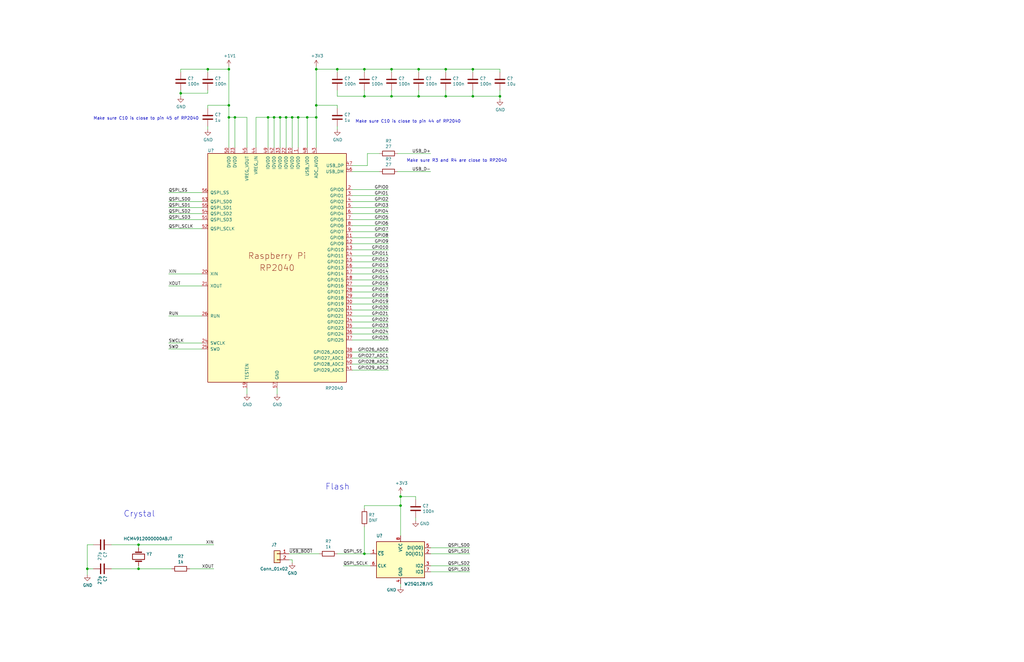
<source format=kicad_sch>
(kicad_sch (version 20230121) (generator eeschema)
  (paper "USLedger")
  (lib_symbols
    (symbol "Connector_Generic:Conn_01x02" (pin_names (offset 1.016) hide)
      (property "Reference" "J" (at 0 2.54 0))
      (property "Value" "Conn_01x02" (at 0 -5.08 0))
      (symbol "Conn_01x02_1_1"
        (rectangle (start -1.27 -2.413) (end 0 -2.667) (stroke (width 0.1524)))
        (rectangle (start -1.27 0.127) (end 0 -0.127) (stroke (width 0.1524)))
        (rectangle (start -1.27 1.27) (end 1.27 -3.81) (stroke (width 0.254)) (fill (type background)))
        (pin passive line (at -5.08 0 0) (length 3.81) (name "Pin_1") (number "1"))
        (pin passive line (at -5.08 -2.54 0) (length 3.81) (name "Pin_2") (number "2"))
      )
    )
    (symbol "Device:C" (pin_numbers hide) (pin_names (offset 0.254))
      (property "Reference" "C" (at 0.635 2.54 0))
      (property "Value" "C" (at 0.635 -2.54 0))
      (symbol "C_0_1"
        (polyline (pts (xy -2.032 -0.762) (xy 2.032 -0.762)) (stroke (width 0.508)))
        (polyline (pts (xy -2.032 0.762) (xy 2.032 0.762)) (stroke (width 0.508)))
      )
      (symbol "C_1_1"
        (pin passive line (at 0 3.81 270) (length 2.794) (name "~") (number "1"))
        (pin passive line (at 0 -3.81 90) (length 2.794) (name "~") (number "2"))
      )
    )
    (symbol "Device:Crystal" (pin_numbers hide) (pin_names (offset 1.016) hide)
      (property "Reference" "Y" (at 0 3.81 0))
      (property "Value" "Crystal" (at 0 -3.81 0))
      (symbol "Crystal_0_1"
        (rectangle (start -1.143 2.54) (end 1.143 -2.54) (stroke (width 0.3048)))
        (polyline (pts (xy -2.54 0) (xy -1.905 0)))
        (polyline (pts (xy -1.905 -1.27) (xy -1.905 1.27)) (stroke (width 0.508)))
        (polyline (pts (xy 1.905 -1.27) (xy 1.905 1.27)) (stroke (width 0.508)))
        (polyline (pts (xy 2.54 0) (xy 1.905 0)))
      )
      (symbol "Crystal_1_1"
        (pin passive line (at -3.81 0 0) (length 1.27) (name "1") (number "1"))
        (pin passive line (at 3.81 0 180) (length 1.27) (name "2") (number "2"))
      )
    )
    (symbol "Device:R" (pin_numbers hide) (pin_names (offset 0))
      (property "Reference" "R" (at 2.032 0 90))
      (property "Value" "R" (at 0 0 90))
      (symbol "R_0_1"
        (rectangle (start -1.016 -2.54) (end 1.016 2.54) (stroke (width 0.254)))
      )
      (symbol "R_1_1"
        (pin passive line (at 0 3.81 270) (length 1.27) (name "~") (number "1"))
        (pin passive line (at 0 -3.81 90) (length 1.27) (name "~") (number "2"))
      )
    )
    (symbol "MCU_RaspberryPi_RP2040:RP2040" (pin_names (offset 1.016))
      (property "Reference" "U" (at -29.21 49.53 0))
      (property "Value" "RP2040" (at 24.13 -49.53 0))
      (symbol "RP2040_0_0"
        (text "Raspberry Pi" (at 0 5.08 0) (effects (font (size 2.54 2.54))))
        (text "RP2040" (at 0 0 0) (effects (font (size 2.54 2.54))))
      )
      (symbol "RP2040_0_1"
        (rectangle (start 29.21 48.26) (end -29.21 -48.26) (stroke (width 0.254)) (fill (type background)))
      )
      (symbol "RP2040_1_1"
        (pin power_in line (at 8.89 50.8 270) (length 2.54) (name "IOVDD") (number "1"))
        (pin power_in line (at 6.35 50.8 270) (length 2.54) (name "IOVDD") (number "10"))
        (pin bidirectional line (at 31.75 12.7 180) (length 2.54) (name "GPIO8") (number "11"))
        (pin bidirectional line (at 31.75 10.16 180) (length 2.54) (name "GPIO9") (number "12"))
        (pin bidirectional line (at 31.75 7.62 180) (length 2.54) (name "GPIO10") (number "13"))
        (pin bidirectional line (at 31.75 5.08 180) (length 2.54) (name "GPIO11") (number "14"))
        (pin bidirectional line (at 31.75 2.54 180) (length 2.54) (name "GPIO12") (number "15"))
        (pin bidirectional line (at 31.75 0 180) (length 2.54) (name "GPIO13") (number "16"))
        (pin bidirectional line (at 31.75 -2.54 180) (length 2.54) (name "GPIO14") (number "17"))
        (pin bidirectional line (at 31.75 -5.08 180) (length 2.54) (name "GPIO15") (number "18"))
        (pin passive line (at -12.7 -50.8 90) (length 2.54) (name "TESTEN") (number "19"))
        (pin bidirectional line (at 31.75 33.02 180) (length 2.54) (name "GPIO0") (number "2"))
        (pin input line (at -31.75 -2.54 0) (length 2.54) (name "XIN") (number "20"))
        (pin passive line (at -31.75 -7.62 0) (length 2.54) (name "XOUT") (number "21"))
        (pin power_in line (at 3.81 50.8 270) (length 2.54) (name "IOVDD") (number "22"))
        (pin power_in line (at -17.78 50.8 270) (length 2.54) (name "DVDD") (number "23"))
        (pin output line (at -31.75 -31.75 0) (length 2.54) (name "SWCLK") (number "24"))
        (pin bidirectional line (at -31.75 -34.29 0) (length 2.54) (name "SWD") (number "25"))
        (pin input line (at -31.75 -20.32 0) (length 2.54) (name "RUN") (number "26"))
        (pin bidirectional line (at 31.75 -7.62 180) (length 2.54) (name "GPIO16") (number "27"))
        (pin bidirectional line (at 31.75 -10.16 180) (length 2.54) (name "GPIO17") (number "28"))
        (pin bidirectional line (at 31.75 -12.7 180) (length 2.54) (name "GPIO18") (number "29"))
        (pin bidirectional line (at 31.75 30.48 180) (length 2.54) (name "GPIO1") (number "3"))
        (pin bidirectional line (at 31.75 -15.24 180) (length 2.54) (name "GPIO19") (number "30"))
        (pin bidirectional line (at 31.75 -17.78 180) (length 2.54) (name "GPIO20") (number "31"))
        (pin bidirectional line (at 31.75 -20.32 180) (length 2.54) (name "GPIO21") (number "32"))
        (pin power_in line (at 1.27 50.8 270) (length 2.54) (name "IOVDD") (number "33"))
        (pin bidirectional line (at 31.75 -22.86 180) (length 2.54) (name "GPIO22") (number "34"))
        (pin bidirectional line (at 31.75 -25.4 180) (length 2.54) (name "GPIO23") (number "35"))
        (pin bidirectional line (at 31.75 -27.94 180) (length 2.54) (name "GPIO24") (number "36"))
        (pin bidirectional line (at 31.75 -30.48 180) (length 2.54) (name "GPIO25") (number "37"))
        (pin bidirectional line (at 31.75 -35.56 180) (length 2.54) (name "GPIO26_ADC0") (number "38"))
        (pin bidirectional line (at 31.75 -38.1 180) (length 2.54) (name "GPIO27_ADC1") (number "39"))
        (pin bidirectional line (at 31.75 27.94 180) (length 2.54) (name "GPIO2") (number "4"))
        (pin bidirectional line (at 31.75 -40.64 180) (length 2.54) (name "GPIO28_ADC2") (number "40"))
        (pin bidirectional line (at 31.75 -43.18 180) (length 2.54) (name "GPIO29_ADC3") (number "41"))
        (pin power_in line (at -1.27 50.8 270) (length 2.54) (name "IOVDD") (number "42"))
        (pin power_in line (at 16.51 50.8 270) (length 2.54) (name "ADC_AVDD") (number "43"))
        (pin power_in line (at -8.89 50.8 270) (length 2.54) (name "VREG_IN") (number "44"))
        (pin power_out line (at -12.7 50.8 270) (length 2.54) (name "VREG_VOUT") (number "45"))
        (pin bidirectional line (at 31.75 40.64 180) (length 2.54) (name "USB_DM") (number "46"))
        (pin bidirectional line (at 31.75 43.18 180) (length 2.54) (name "USB_DP") (number "47"))
        (pin power_in line (at 12.7 50.8 270) (length 2.54) (name "USB_VDD") (number "48"))
        (pin power_in line (at -3.81 50.8 270) (length 2.54) (name "IOVDD") (number "49"))
        (pin bidirectional line (at 31.75 25.4 180) (length 2.54) (name "GPIO3") (number "5"))
        (pin power_in line (at -20.32 50.8 270) (length 2.54) (name "DVDD") (number "50"))
        (pin bidirectional line (at -31.75 20.32 0) (length 2.54) (name "QSPI_SD3") (number "51"))
        (pin output line (at -31.75 16.51 0) (length 2.54) (name "QSPI_SCLK") (number "52"))
        (pin bidirectional line (at -31.75 27.94 0) (length 2.54) (name "QSPI_SD0") (number "53"))
        (pin bidirectional line (at -31.75 22.86 0) (length 2.54) (name "QSPI_SD2") (number "54"))
        (pin bidirectional line (at -31.75 25.4 0) (length 2.54) (name "QSPI_SD1") (number "55"))
        (pin bidirectional line (at -31.75 31.75 0) (length 2.54) (name "QSPI_SS") (number "56"))
        (pin power_in line (at 0 -50.8 90) (length 2.54) (name "GND") (number "57"))
        (pin bidirectional line (at 31.75 22.86 180) (length 2.54) (name "GPIO4") (number "6"))
        (pin bidirectional line (at 31.75 20.32 180) (length 2.54) (name "GPIO5") (number "7"))
        (pin bidirectional line (at 31.75 17.78 180) (length 2.54) (name "GPIO6") (number "8"))
        (pin bidirectional line (at 31.75 15.24 180) (length 2.54) (name "GPIO7") (number "9"))
      )
    )
    (symbol "RP2040_minimal-rescue:W25Q128JVS-Memory_Flash"
      (property "Reference" "U" (at -8.89 8.89 0))
      (property "Value" "Memory_Flash_W25Q128JVS" (at 7.62 8.89 0))
      (symbol "W25Q128JVS-Memory_Flash_0_1"
        (rectangle (start -10.16 7.62) (end 10.16 -7.62) (stroke (width 0.254)) (fill (type background)))
      )
      (symbol "W25Q128JVS-Memory_Flash_1_1"
        (pin input line (at -12.7 2.54 0) (length 2.54) (name "~{CS}") (number "1"))
        (pin bidirectional line (at 12.7 2.54 180) (length 2.54) (name "DO(IO1)") (number "2"))
        (pin bidirectional line (at 12.7 -2.54 180) (length 2.54) (name "IO2") (number "3"))
        (pin power_in line (at 0 -10.16 90) (length 2.54) (name "GND") (number "4"))
        (pin bidirectional line (at 12.7 5.08 180) (length 2.54) (name "DI(IO0)") (number "5"))
        (pin input line (at -12.7 -2.54 0) (length 2.54) (name "CLK") (number "6"))
        (pin bidirectional line (at 12.7 -5.08 180) (length 2.54) (name "IO3") (number "7"))
        (pin power_in line (at 0 10.16 270) (length 2.54) (name "VCC") (number "8"))
      )
    )
    (symbol "power:+1V1" (power) (pin_names (offset 0))
      (property "Value" "+1V1" (at 0 3.556 0))
      (symbol "+1V1_0_1"
        (polyline (pts (xy -0.762 1.27) (xy 0 2.54)))
        (polyline (pts (xy 0 0) (xy 0 2.54)))
        (polyline (pts (xy 0 2.54) (xy 0.762 1.27)))
      )
      (symbol "+1V1_1_1"
        (pin power_in line (at 0 0 90) (length 0) hide (name "+1V1") (number "1"))
      )
    )
    (symbol "power:+3V3" (power) (pin_names (offset 0))
      (property "Value" "+3V3" (at 0 3.556 0))
      (symbol "+3V3_0_1"
        (polyline (pts (xy -0.762 1.27) (xy 0 2.54)))
        (polyline (pts (xy 0 0) (xy 0 2.54)))
        (polyline (pts (xy 0 2.54) (xy 0.762 1.27)))
      )
      (symbol "+3V3_1_1"
        (pin power_in line (at 0 0 90) (length 0) hide (name "+3V3") (number "1"))
      )
    )
    (symbol "power:GND" (power) (pin_names (offset 0))
      (property "Value" "GND" (at 0 -3.81 0))
      (symbol "GND_0_1"
        (polyline (pts (xy 0 0) (xy 0 -1.27) (xy 1.27 -1.27) (xy 0 -2.54) (xy -1.27 -1.27) (xy 0 -1.27)))
      )
      (symbol "GND_1_1"
        (pin power_in line (at 0 0 270) (length 0) hide (name "GND") (number "1"))
      )
    )
  )
  (junction (at 120.65 49.53))
  (junction (at 165.1 29.21))
  (junction (at 153.67 40.64))
  (junction (at 96.52 49.53))
  (junction (at 58.42 229.87))
  (junction (at 125.73 49.53))
  (junction (at 187.96 40.64))
  (junction (at 133.35 29.21))
  (junction (at 58.42 240.03))
  (junction (at 133.35 49.53))
  (junction (at 133.35 44.45))
  (junction (at 129.54 49.53))
  (junction (at 153.67 29.21))
  (junction (at 176.53 29.21))
  (junction (at 113.03 49.53))
  (junction (at 142.24 29.21))
  (junction (at 168.91 209.55))
  (junction (at 153.67 233.68))
  (junction (at 115.57 49.53))
  (junction (at 96.52 29.21))
  (junction (at 76.2 39.37))
  (junction (at 199.39 29.21))
  (junction (at 36.83 240.03))
  (junction (at 168.91 213.36))
  (junction (at 99.06 49.53))
  (junction (at 118.11 49.53))
  (junction (at 199.39 40.64))
  (junction (at 96.52 44.45))
  (junction (at 87.63 29.21))
  (junction (at 187.96 29.21))
  (junction (at 210.82 40.64))
  (junction (at 123.19 49.53))
  (junction (at 176.53 40.64))
  (junction (at 165.1 40.64))
  (wire (pts (xy 71.12 90.17) (xy 85.09 90.17)))
  (wire (pts (xy 142.24 53.34) (xy 142.24 54.61)))
  (wire (pts (xy 148.59 90.17) (xy 163.83 90.17)))
  (wire (pts (xy 148.59 87.63) (xy 163.83 87.63)))
  (wire (pts (xy 148.59 95.25) (xy 163.83 95.25)))
  (wire (pts (xy 144.78 238.76) (xy 156.21 238.76)))
  (wire (pts (xy 176.53 40.64) (xy 165.1 40.64)))
  (wire (pts (xy 71.12 87.63) (xy 85.09 87.63)))
  (wire (pts (xy 85.09 144.78) (xy 71.12 144.78)))
  (wire (pts (xy 153.67 213.36) (xy 168.91 213.36)))
  (wire (pts (xy 168.91 246.38) (xy 168.91 247.65)))
  (wire (pts (xy 39.37 240.03) (xy 36.83 240.03)))
  (wire (pts (xy 76.2 38.1) (xy 76.2 39.37)))
  (wire (pts (xy 199.39 30.48) (xy 199.39 29.21)))
  (wire (pts (xy 133.35 44.45) (xy 142.24 44.45)))
  (wire (pts (xy 148.59 72.39) (xy 160.02 72.39)))
  (wire (pts (xy 187.96 38.1) (xy 187.96 40.64)))
  (wire (pts (xy 175.26 218.44) (xy 175.26 219.71)))
  (wire (pts (xy 165.1 38.1) (xy 165.1 40.64)))
  (wire (pts (xy 120.65 49.53) (xy 123.19 49.53)))
  (wire (pts (xy 153.67 38.1) (xy 153.67 40.64)))
  (wire (pts (xy 129.54 62.23) (xy 129.54 49.53)))
  (wire (pts (xy 85.09 133.35) (xy 71.12 133.35)))
  (wire (pts (xy 107.95 62.23) (xy 107.95 49.53)))
  (wire (pts (xy 148.59 92.71) (xy 163.83 92.71)))
  (wire (pts (xy 167.64 72.39) (xy 181.61 72.39)))
  (wire (pts (xy 76.2 39.37) (xy 87.63 39.37)))
  (wire (pts (xy 176.53 30.48) (xy 176.53 29.21)))
  (wire (pts (xy 85.09 120.65) (xy 71.12 120.65)))
  (wire (pts (xy 142.24 30.48) (xy 142.24 29.21)))
  (wire (pts (xy 167.64 64.77) (xy 181.61 64.77)))
  (wire (pts (xy 87.63 44.45) (xy 96.52 44.45)))
  (wire (pts (xy 96.52 29.21) (xy 96.52 44.45)))
  (wire (pts (xy 148.59 151.13) (xy 163.83 151.13)))
  (wire (pts (xy 116.84 163.83) (xy 116.84 166.37)))
  (wire (pts (xy 153.67 222.25) (xy 153.67 233.68)))
  (wire (pts (xy 148.59 107.95) (xy 163.83 107.95)))
  (wire (pts (xy 71.12 85.09) (xy 85.09 85.09)))
  (wire (pts (xy 104.14 62.23) (xy 104.14 49.53)))
  (wire (pts (xy 148.59 85.09) (xy 163.83 85.09)))
  (wire (pts (xy 58.42 240.03) (xy 72.39 240.03)))
  (wire (pts (xy 148.59 140.97) (xy 163.83 140.97)))
  (wire (pts (xy 76.2 29.21) (xy 87.63 29.21)))
  (wire (pts (xy 210.82 30.48) (xy 210.82 29.21)))
  (wire (pts (xy 87.63 39.37) (xy 87.63 38.1)))
  (wire (pts (xy 168.91 209.55) (xy 168.91 213.36)))
  (wire (pts (xy 153.67 214.63) (xy 153.67 213.36)))
  (wire (pts (xy 153.67 40.64) (xy 142.24 40.64)))
  (wire (pts (xy 187.96 40.64) (xy 176.53 40.64)))
  (wire (pts (xy 85.09 147.32) (xy 71.12 147.32)))
  (wire (pts (xy 123.19 62.23) (xy 123.19 49.53)))
  (wire (pts (xy 134.62 233.68) (xy 121.92 233.68)))
  (wire (pts (xy 96.52 27.94) (xy 96.52 29.21)))
  (wire (pts (xy 125.73 49.53) (xy 129.54 49.53)))
  (wire (pts (xy 148.59 133.35) (xy 163.83 133.35)))
  (wire (pts (xy 148.59 97.79) (xy 163.83 97.79)))
  (wire (pts (xy 46.99 229.87) (xy 58.42 229.87)))
  (wire (pts (xy 154.94 64.77) (xy 154.94 69.85)))
  (wire (pts (xy 71.12 115.57) (xy 85.09 115.57)))
  (wire (pts (xy 148.59 128.27) (xy 163.83 128.27)))
  (wire (pts (xy 107.95 49.53) (xy 113.03 49.53)))
  (wire (pts (xy 148.59 143.51) (xy 163.83 143.51)))
  (wire (pts (xy 96.52 44.45) (xy 96.52 49.53)))
  (wire (pts (xy 123.19 49.53) (xy 125.73 49.53)))
  (wire (pts (xy 148.59 123.19) (xy 163.83 123.19)))
  (wire (pts (xy 80.01 240.03) (xy 90.17 240.03)))
  (wire (pts (xy 165.1 40.64) (xy 153.67 40.64)))
  (wire (pts (xy 148.59 148.59) (xy 163.83 148.59)))
  (wire (pts (xy 148.59 69.85) (xy 154.94 69.85)))
  (wire (pts (xy 85.09 96.52) (xy 71.12 96.52)))
  (wire (pts (xy 153.67 29.21) (xy 165.1 29.21)))
  (wire (pts (xy 123.19 236.22) (xy 123.19 237.49)))
  (wire (pts (xy 148.59 102.87) (xy 163.83 102.87)))
  (wire (pts (xy 181.61 231.14) (xy 198.12 231.14)))
  (wire (pts (xy 113.03 49.53) (xy 115.57 49.53)))
  (wire (pts (xy 199.39 40.64) (xy 210.82 40.64)))
  (wire (pts (xy 148.59 105.41) (xy 163.83 105.41)))
  (wire (pts (xy 99.06 49.53) (xy 96.52 49.53)))
  (wire (pts (xy 125.73 49.53) (xy 125.73 62.23)))
  (wire (pts (xy 176.53 29.21) (xy 187.96 29.21)))
  (wire (pts (xy 175.26 210.82) (xy 175.26 209.55)))
  (wire (pts (xy 181.61 241.3) (xy 198.12 241.3)))
  (wire (pts (xy 210.82 40.64) (xy 210.82 41.91)))
  (wire (pts (xy 153.67 30.48) (xy 153.67 29.21)))
  (wire (pts (xy 187.96 30.48) (xy 187.96 29.21)))
  (wire (pts (xy 133.35 27.94) (xy 133.35 29.21)))
  (wire (pts (xy 58.42 238.76) (xy 58.42 240.03)))
  (wire (pts (xy 133.35 49.53) (xy 133.35 62.23)))
  (wire (pts (xy 176.53 38.1) (xy 176.53 40.64)))
  (wire (pts (xy 104.14 163.83) (xy 104.14 166.37)))
  (wire (pts (xy 181.61 238.76) (xy 198.12 238.76)))
  (wire (pts (xy 87.63 30.48) (xy 87.63 29.21)))
  (wire (pts (xy 142.24 233.68) (xy 153.67 233.68)))
  (wire (pts (xy 87.63 53.34) (xy 87.63 54.61)))
  (wire (pts (xy 148.59 120.65) (xy 163.83 120.65)))
  (wire (pts (xy 58.42 231.14) (xy 58.42 229.87)))
  (wire (pts (xy 168.91 213.36) (xy 168.91 226.06)))
  (wire (pts (xy 118.11 62.23) (xy 118.11 49.53)))
  (wire (pts (xy 165.1 30.48) (xy 165.1 29.21)))
  (wire (pts (xy 142.24 45.72) (xy 142.24 44.45)))
  (wire (pts (xy 148.59 82.55) (xy 163.83 82.55)))
  (wire (pts (xy 113.03 62.23) (xy 113.03 49.53)))
  (wire (pts (xy 199.39 29.21) (xy 210.82 29.21)))
  (wire (pts (xy 71.12 92.71) (xy 85.09 92.71)))
  (wire (pts (xy 133.35 29.21) (xy 133.35 44.45)))
  (wire (pts (xy 148.59 118.11) (xy 163.83 118.11)))
  (wire (pts (xy 120.65 62.23) (xy 120.65 49.53)))
  (wire (pts (xy 148.59 153.67) (xy 163.83 153.67)))
  (wire (pts (xy 148.59 100.33) (xy 163.83 100.33)))
  (wire (pts (xy 36.83 229.87) (xy 36.83 240.03)))
  (wire (pts (xy 148.59 113.03) (xy 163.83 113.03)))
  (wire (pts (xy 85.09 81.28) (xy 71.12 81.28)))
  (wire (pts (xy 154.94 64.77) (xy 160.02 64.77)))
  (wire (pts (xy 104.14 49.53) (xy 99.06 49.53)))
  (wire (pts (xy 148.59 125.73) (xy 163.83 125.73)))
  (wire (pts (xy 46.99 240.03) (xy 58.42 240.03)))
  (wire (pts (xy 148.59 115.57) (xy 163.83 115.57)))
  (wire (pts (xy 133.35 44.45) (xy 133.35 49.53)))
  (wire (pts (xy 39.37 229.87) (xy 36.83 229.87)))
  (wire (pts (xy 187.96 29.21) (xy 199.39 29.21)))
  (wire (pts (xy 133.35 29.21) (xy 142.24 29.21)))
  (wire (pts (xy 76.2 30.48) (xy 76.2 29.21)))
  (wire (pts (xy 148.59 80.01) (xy 163.83 80.01)))
  (wire (pts (xy 199.39 40.64) (xy 187.96 40.64)))
  (wire (pts (xy 148.59 138.43) (xy 163.83 138.43)))
  (wire (pts (xy 115.57 62.23) (xy 115.57 49.53)))
  (wire (pts (xy 96.52 49.53) (xy 96.52 62.23)))
  (wire (pts (xy 121.92 236.22) (xy 123.19 236.22)))
  (wire (pts (xy 148.59 156.21) (xy 163.83 156.21)))
  (wire (pts (xy 99.06 62.23) (xy 99.06 49.53)))
  (wire (pts (xy 142.24 38.1) (xy 142.24 40.64)))
  (wire (pts (xy 36.83 240.03) (xy 36.83 242.57)))
  (wire (pts (xy 115.57 49.53) (xy 118.11 49.53)))
  (wire (pts (xy 199.39 38.1) (xy 199.39 40.64)))
  (wire (pts (xy 87.63 29.21) (xy 96.52 29.21)))
  (wire (pts (xy 58.42 229.87) (xy 90.17 229.87)))
  (wire (pts (xy 148.59 130.81) (xy 163.83 130.81)))
  (wire (pts (xy 76.2 39.37) (xy 76.2 40.64)))
  (wire (pts (xy 153.67 233.68) (xy 156.21 233.68)))
  (wire (pts (xy 118.11 49.53) (xy 120.65 49.53)))
  (wire (pts (xy 87.63 45.72) (xy 87.63 44.45)))
  (wire (pts (xy 168.91 208.28) (xy 168.91 209.55)))
  (wire (pts (xy 148.59 110.49) (xy 163.83 110.49)))
  (wire (pts (xy 175.26 209.55) (xy 168.91 209.55)))
  (wire (pts (xy 181.61 233.68) (xy 198.12 233.68)))
  (wire (pts (xy 165.1 29.21) (xy 176.53 29.21)))
  (wire (pts (xy 148.59 135.89) (xy 163.83 135.89)))
  (wire (pts (xy 210.82 38.1) (xy 210.82 40.64)))
  (wire (pts (xy 129.54 49.53) (xy 133.35 49.53)))
  (wire (pts (xy 142.24 29.21) (xy 153.67 29.21)))
  (text "Flash" (at 137.16 207.01 0) (effects (font (size 2.54 2.54)) (justify left bottom)))
  (text "Make sure C10 is close to pin 44 of RP2040" (at 149.86 52.07 0) (effects (font (size 1.27 1.27)) (justify left bottom)))
  (text "Make sure C10 is close to pin 45 of RP2040" (at 39.37 50.8 0) (effects (font (size 1.27 1.27)) (justify left bottom)))
  (text "Crystal" (at 52.07 218.44 0) (effects (font (size 2.54 2.54)) (justify left bottom)))
  (text "Make sure R3 and R4 are close to RP2040" (at 171.45 68.58 0) (effects (font (size 1.27 1.27)) (justify left bottom)))
  (label "GPIO18" (at 163.83 125.73 180))
  (label "QSPI_SD1" (at 198.12 233.68 180))
  (label "GPIO23" (at 163.83 138.43 180))
  (label "XOUT" (at 71.12 120.65 0))
  (label "SWCLK" (at 71.12 144.78 0))
  (label "GPIO20" (at 163.83 130.81 180))
  (label "GPIO12" (at 163.83 110.49 180))
  (label "RUN" (at 71.12 133.35 0))
  (label "GPIO14" (at 163.83 115.57 180))
  (label "GPIO8" (at 163.83 100.33 180))
  (label "GPIO27_ADC1" (at 163.83 151.13 180))
  (label "~{USB_BOOT}" (at 121.92 233.68 0))
  (label "GPIO7" (at 163.83 97.79 180))
  (label "GPIO10" (at 163.83 105.41 180))
  (label "QSPI_SCLK" (at 71.12 96.52 0))
  (label "GPIO24" (at 163.83 140.97 180))
  (label "GPIO3" (at 163.83 87.63 180))
  (label "GPIO26_ADC0" (at 163.83 148.59 180))
  (label "QSPI_SD3" (at 71.12 92.71 0))
  (label "GPIO16" (at 163.83 120.65 180))
  (label "QSPI_SCLK" (at 144.78 238.76 0))
  (label "GPIO11" (at 163.83 107.95 180))
  (label "USB_D+" (at 181.61 64.77 180))
  (label "GPIO13" (at 163.83 113.03 180))
  (label "GPIO22" (at 163.83 135.89 180))
  (label "GPIO17" (at 163.83 123.19 180))
  (label "QSPI_SS" (at 71.12 81.28 0))
  (label "SWD" (at 71.12 147.32 0))
  (label "GPIO9" (at 163.83 102.87 180))
  (label "GPIO21" (at 163.83 133.35 180))
  (label "XOUT" (at 90.17 240.03 180))
  (label "XIN" (at 90.17 229.87 180))
  (label "GPIO29_ADC3" (at 163.83 156.21 180))
  (label "QSPI_SD1" (at 71.12 87.63 0))
  (label "QSPI_SD0" (at 71.12 85.09 0))
  (label "GPIO0" (at 163.83 80.01 180))
  (label "XIN" (at 71.12 115.57 0))
  (label "GPIO19" (at 163.83 128.27 180))
  (label "QSPI_SD2" (at 198.12 238.76 180))
  (label "GPIO1" (at 163.83 82.55 180))
  (label "GPIO2" (at 163.83 85.09 180))
  (label "GPIO25" (at 163.83 143.51 180))
  (label "QSPI_SS" (at 144.78 233.68 0))
  (label "GPIO5" (at 163.83 92.71 180))
  (label "GPIO6" (at 163.83 95.25 180))
  (label "QSPI_SD2" (at 71.12 90.17 0))
  (label "GPIO28_ADC2" (at 163.83 153.67 180))
  (label "GPIO15" (at 163.83 118.11 180))
  (label "GPIO4" (at 163.83 90.17 180))
  (label "USB_D-" (at 181.61 72.39 180))
  (label "QSPI_SD3" (at 198.12 241.3 180))
  (label "QSPI_SD0" (at 198.12 231.14 180))
  (symbol (lib_id "power:GND") (at 168.91 247.65 0) (unit 1)
    (property "Reference" "#PWR?" (effects hide))
    (property "Value" "GND" (at 165.1 248.92 0))
  )
  (symbol (lib_id "power:+3V3") (at 168.91 208.28 0) (unit 1)
    (property "Reference" "#PWR?" (effects hide))
    (property "Value" "+3V3" (at 169.291 203.8858 0))
  )
  (symbol (lib_id "Device:R") (at 138.43 233.68 270) (unit 1)
    (property "Reference" "R?" (at 138.43 228.4222 90))
    (property "Value" "1k" (at 138.43 230.7336 90))
    (property "Footprint" "Resistor_SMD:R_0402_1005Metric" (effects hide))
  )
  (symbol (lib_id "Device:C") (at 153.67 34.29 0) (unit 1)
    (property "Reference" "C?" (at 156.591 33.1216 0) (effects (justify left)))
    (property "Value" "100n" (at 156.591 35.433 0) (effects (justify left)))
    (property "Footprint" "Capacitor_SMD:C_0402_1005Metric" (effects hide))
  )
  (symbol (lib_id "power:GND") (at 116.84 166.37 0) (unit 1)
    (property "Reference" "#PWR?" (effects hide))
    (property "Value" "GND" (at 116.967 170.7642 0))
  )
  (symbol (lib_id "Device:Crystal") (at 58.42 234.95 270) (unit 1)
    (property "Reference" "Y?" (at 61.7474 233.7816 90) (effects (justify left)))
    (property "Value" "HCM4912000000ABJT" (at 52.07 227.33 90) (effects (justify left)))
    (property "Footprint" "Crystal:Crystal_SMD_HC49-SD" (effects hide))
    (property "LCSC" "C326543" (effects hide))
  )
  (symbol (lib_id "Device:C") (at 87.63 34.29 0) (unit 1)
    (property "Reference" "C?" (at 90.551 33.1216 0) (effects (justify left)))
    (property "Value" "100n" (at 90.551 35.433 0) (effects (justify left)))
    (property "Footprint" "Capacitor_SMD:C_0402_1005Metric" (effects hide))
  )
  (symbol (lib_id "Device:C") (at 187.96 34.29 0) (unit 1)
    (property "Reference" "C?" (at 190.881 33.1216 0) (effects (justify left)))
    (property "Value" "100n" (at 190.881 35.433 0) (effects (justify left)))
    (property "Footprint" "Capacitor_SMD:C_0402_1005Metric" (effects hide))
  )
  (symbol (lib_id "power:GND") (at 175.26 219.71 0) (unit 1)
    (property "Reference" "#PWR?" (effects hide))
    (property "Value" "GND" (at 179.07 220.98 0))
  )
  (symbol (lib_id "Device:C") (at 43.18 240.03 270) (unit 1)
    (property "Reference" "C?" (at 44.3484 242.951 0) (effects (justify left)))
    (property "Value" "27p" (at 42.037 242.951 0) (effects (justify left)))
    (property "Footprint" "Capacitor_SMD:C_0402_1005Metric" (effects hide))
  )
  (symbol (lib_id "power:GND") (at 87.63 54.61 0) (unit 1)
    (property "Reference" "#PWR?" (effects hide))
    (property "Value" "GND" (at 87.757 59.0042 0))
  )
  (symbol (lib_id "Device:C") (at 142.24 49.53 0) (unit 1)
    (property "Reference" "C?" (at 145.161 48.3616 0) (effects (justify left)))
    (property "Value" "1u" (at 145.161 50.673 0) (effects (justify left)))
    (property "Footprint" "Capacitor_SMD:C_0402_1005Metric" (effects hide))
  )
  (symbol (lib_id "power:GND") (at 142.24 54.61 0) (unit 1)
    (property "Reference" "#PWR?" (effects hide))
    (property "Value" "GND" (at 142.367 59.0042 0))
  )
  (symbol (lib_id "power:GND") (at 104.14 166.37 0) (unit 1)
    (property "Reference" "#PWR?" (effects hide))
    (property "Value" "GND" (at 104.267 170.7642 0))
  )
  (symbol (lib_id "Device:C") (at 76.2 34.29 0) (unit 1)
    (property "Reference" "C?" (at 79.121 33.1216 0) (effects (justify left)))
    (property "Value" "100n" (at 79.121 35.433 0) (effects (justify left)))
    (property "Footprint" "Capacitor_SMD:C_0402_1005Metric" (effects hide))
  )
  (symbol (lib_id "Device:C") (at 165.1 34.29 0) (unit 1)
    (property "Reference" "C?" (at 168.021 33.1216 0) (effects (justify left)))
    (property "Value" "100n" (at 168.021 35.433 0) (effects (justify left)))
    (property "Footprint" "Capacitor_SMD:C_0402_1005Metric" (effects hide))
  )
  (symbol (lib_id "Device:C") (at 87.63 49.53 0) (unit 1)
    (property "Reference" "C?" (at 90.551 48.3616 0) (effects (justify left)))
    (property "Value" "1u" (at 90.551 50.673 0) (effects (justify left)))
    (property "Footprint" "Capacitor_SMD:C_0402_1005Metric" (effects hide))
  )
  (symbol (lib_id "power:GND") (at 76.2 40.64 0) (unit 1)
    (property "Reference" "#PWR?" (effects hide))
    (property "Value" "GND" (at 76.327 45.0342 0))
  )
  (symbol (lib_id "Device:C") (at 210.82 34.29 0) (unit 1)
    (property "Reference" "C?" (at 213.741 33.1216 0) (effects (justify left)))
    (property "Value" "10u" (at 213.741 35.433 0) (effects (justify left)))
    (property "Footprint" "Capacitor_SMD:C_0805_2012Metric" (effects hide))
    (property "LCSC" "C92786" (effects hide))
  )
  (symbol (lib_id "Device:R") (at 76.2 240.03 270) (unit 1)
    (property "Reference" "R?" (at 76.2 234.7722 90))
    (property "Value" "1k" (at 76.2 237.0836 90))
    (property "Footprint" "Resistor_SMD:R_0402_1005Metric" (effects hide))
  )
  (symbol (lib_id "Device:R") (at 163.83 64.77 270) (unit 1)
    (property "Reference" "R?" (at 163.83 59.5122 90))
    (property "Value" "27" (at 163.83 61.8236 90))
    (property "Footprint" "Resistor_SMD:R_0402_1005Metric" (effects hide))
    (property "LCSC" "C102938" (effects hide))
  )
  (symbol (lib_id "Device:C") (at 199.39 34.29 0) (unit 1)
    (property "Reference" "C?" (at 202.311 33.1216 0) (effects (justify left)))
    (property "Value" "100n" (at 202.311 35.433 0) (effects (justify left)))
    (property "Footprint" "Capacitor_SMD:C_0402_1005Metric" (effects hide))
  )
  (symbol (lib_id "Device:C") (at 176.53 34.29 0) (unit 1)
    (property "Reference" "C?" (at 179.451 33.1216 0) (effects (justify left)))
    (property "Value" "100n" (at 179.451 35.433 0) (effects (justify left)))
    (property "Footprint" "Capacitor_SMD:C_0402_1005Metric" (effects hide))
  )
  (symbol (lib_id "Device:C") (at 142.24 34.29 0) (unit 1)
    (property "Reference" "C?" (at 145.161 33.1216 0) (effects (justify left)))
    (property "Value" "100n" (at 145.161 35.433 0) (effects (justify left)))
    (property "Footprint" "Capacitor_SMD:C_0402_1005Metric" (effects hide))
  )
  (symbol (lib_id "Device:C") (at 43.18 229.87 270) (unit 1)
    (property "Reference" "C?" (at 44.3484 232.791 0) (effects (justify left)))
    (property "Value" "27p" (at 42.037 232.791 0) (effects (justify left)))
    (property "Footprint" "Capacitor_SMD:C_0402_1005Metric" (effects hide))
  )
  (symbol (lib_id "power:+1V1") (at 96.52 27.94 0) (unit 1)
    (property "Reference" "#PWR?" (effects hide))
    (property "Value" "+1V1" (at 96.901 23.5458 0))
  )
  (symbol (lib_id "Connector_Generic:Conn_01x02") (at 116.84 233.68 0) (mirror y) (unit 1)
    (property "Reference" "J?" (at 115.57 229.87 0))
    (property "Value" "Conn_01x02" (at 115.57 240.03 0))
    (property "Footprint" "Connector_PinHeader_2.54mm:PinHeader_1x02_P2.54mm_Vertical" (effects hide))
  )
  (symbol (lib_id "MCU_RaspberryPi_RP2040:RP2040") (at 116.84 113.03 0) (unit 1)
    (property "Reference" "U?" (at 88.9 63.5 0))
    (property "Value" "RP2040" (at 140.97 163.83 0))
    (property "Footprint" "RP2040_minimal:RP2040-QFN-56" (effects hide))
    (property "LCSC" "C2040" (effects hide))
  )
  (symbol (lib_id "Device:R") (at 153.67 218.44 0) (unit 1)
    (property "Reference" "R?" (at 155.448 217.2716 0) (effects (justify left)))
    (property "Value" "DNF" (at 155.448 219.583 0) (effects (justify left)))
    (property "Footprint" "Resistor_SMD:R_0402_1005Metric" (effects hide))
  )
  (symbol (lib_id "power:GND") (at 210.82 41.91 0) (unit 1)
    (property "Reference" "#PWR?" (effects hide))
    (property "Value" "GND" (at 210.947 46.3042 0))
  )
  (symbol (lib_id "RP2040_minimal-rescue:W25Q128JVS-Memory_Flash") (at 168.91 236.22 0) (unit 1)
    (property "Reference" "U?" (at 160.02 226.06 0))
    (property "Value" "W25Q128JVS" (at 176.53 246.38 0))
    (property "Footprint" "Package_SO:SOIC-8_5.23x5.23mm_P1.27mm" (effects hide))
    (property "Datasheet" "http://www.winbond.com/resource-files/w25q128jv_dtr%20revc%2003272018%20plus.pdf" (effects hide))
    (property "LCSC" "C97521" (effects hide))
  )
  (symbol (lib_id "power:+3V3") (at 133.35 27.94 0) (unit 1)
    (property "Reference" "#PWR?" (effects hide))
    (property "Value" "+3V3" (at 133.731 23.5458 0))
  )
  (symbol (lib_id "power:GND") (at 36.83 242.57 0) (unit 1)
    (property "Reference" "#PWR?" (effects hide))
    (property "Value" "GND" (at 36.957 246.9642 0))
  )
  (symbol (lib_id "Device:R") (at 163.83 72.39 270) (unit 1)
    (property "Reference" "R?" (at 163.83 67.1322 90))
    (property "Value" "27" (at 163.83 69.4436 90))
    (property "Footprint" "Resistor_SMD:R_0402_1005Metric" (effects hide))
    (property "LCSC" "C102938" (effects hide))
  )
  (symbol (lib_id "power:GND") (at 123.19 237.49 0) (unit 1)
    (property "Reference" "#PWR?" (effects hide))
    (property "Value" "GND" (at 123.317 241.8842 0))
  )
  (symbol (lib_id "Device:C") (at 175.26 214.63 0) (unit 1)
    (property "Reference" "C?" (at 178.181 213.4616 0) (effects (justify left)))
    (property "Value" "100n" (at 178.181 215.773 0) (effects (justify left)))
    (property "Footprint" "Capacitor_SMD:C_0402_1005Metric" (effects hide))
  )
)
</source>
